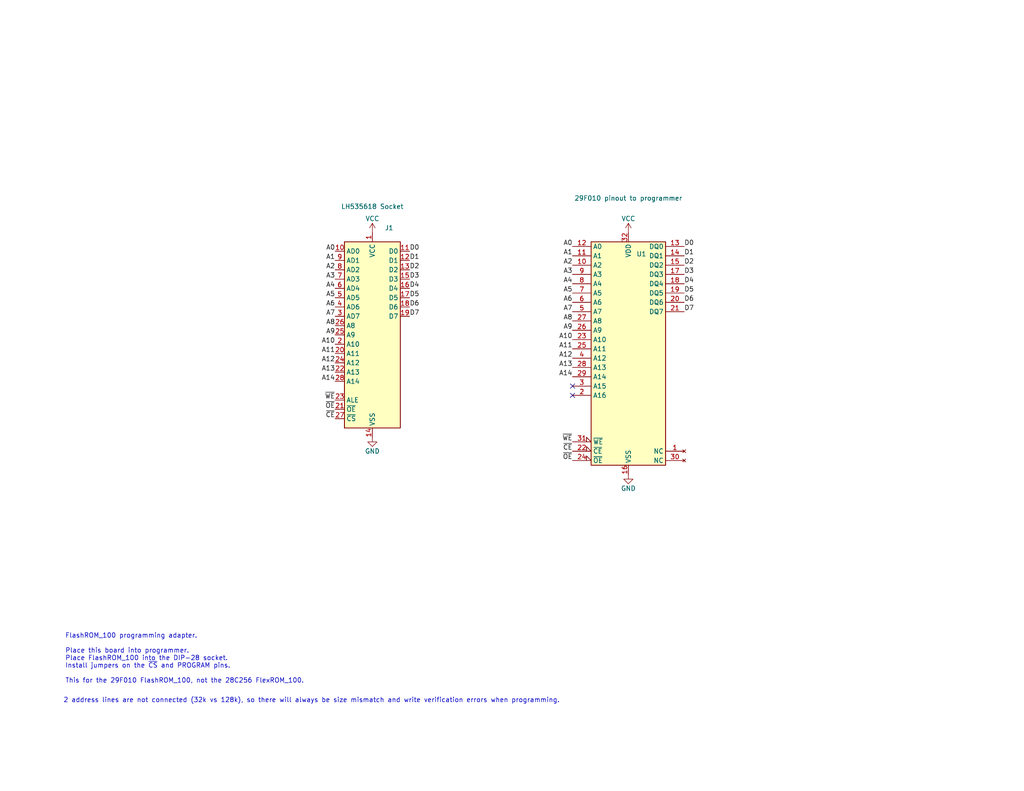
<source format=kicad_sch>
(kicad_sch (version 20211123) (generator eeschema)
  (paper "USLetter")
  (title_block (title "Programming adapter for FlashROM_100") (date "2021-03-07") (rev "002") (company "Brian K. White - b.kenyon.w@gmail.com"))
  (lib_symbols
    (symbol "000_LOCAL:GND" (power) (pin_names (offset 0))
      (property "Value" "GND" (at 0 -3.81 0))
      (symbol "GND_0_1"
        (polyline (pts (xy 0 0) (xy 0 -1.27) (xy 1.27 -1.27) (xy 0 -2.54) (xy -1.27 -1.27) (xy 0 -1.27)))
      )
      (symbol "GND_1_1"
        (pin power_in line (at 0 0 270) (length 0) hide (name "GND") (number "1"))
      )
    )
    (symbol "000_LOCAL:LH535618"
      (property "Reference" "U" (at -7.62 26.67 0))
      (property "Value" "LH535618" (at 2.54 -26.67 0))
      (symbol "LH535618_1_1"
        (rectangle (start -7.62 25.4) (end 7.62 -25.4) (stroke (width 0.254)) (fill (type background)))
        (pin power_in line (at 0 27.94 270) (length 2.54) (name "VCC") (number "1"))
        (pin input line (at -10.16 22.86 0) (length 2.54) (name "AD0") (number "10"))
        (pin tri_state line (at 10.16 22.86 180) (length 2.54) (name "D0") (number "11"))
        (pin tri_state line (at 10.16 20.32 180) (length 2.54) (name "D1") (number "12"))
        (pin tri_state line (at 10.16 17.78 180) (length 2.54) (name "D2") (number "13"))
        (pin power_in line (at 0 -27.94 90) (length 2.54) (name "VSS") (number "14"))
        (pin tri_state line (at 10.16 15.24 180) (length 2.54) (name "D3") (number "15"))
        (pin tri_state line (at 10.16 12.7 180) (length 2.54) (name "D4") (number "16"))
        (pin tri_state line (at 10.16 10.16 180) (length 2.54) (name "D5") (number "17"))
        (pin tri_state line (at 10.16 7.62 180) (length 2.54) (name "D6") (number "18"))
        (pin tri_state line (at 10.16 5.08 180) (length 2.54) (name "D7") (number "19"))
        (pin input line (at -10.16 -2.54 0) (length 2.54) (name "A10") (number "2"))
        (pin input line (at -10.16 -5.08 0) (length 2.54) (name "A11") (number "20"))
        (pin input line (at -10.16 -20.32 0) (length 2.54) (name "~{OE}") (number "21"))
        (pin input line (at -10.16 -10.16 0) (length 2.54) (name "A13") (number "22"))
        (pin input line (at -10.16 -17.78 0) (length 2.54) (name "ALE") (number "23"))
        (pin input line (at -10.16 -7.62 0) (length 2.54) (name "A12") (number "24"))
        (pin input line (at -10.16 0 0) (length 2.54) (name "A9") (number "25"))
        (pin input line (at -10.16 2.54 0) (length 2.54) (name "A8") (number "26"))
        (pin input line (at -10.16 -22.86 0) (length 2.54) (name "~{CS}") (number "27"))
        (pin input line (at -10.16 -12.7 0) (length 2.54) (name "A14") (number "28"))
        (pin input line (at -10.16 5.08 0) (length 2.54) (name "AD7") (number "3"))
        (pin input line (at -10.16 7.62 0) (length 2.54) (name "AD6") (number "4"))
        (pin input line (at -10.16 10.16 0) (length 2.54) (name "AD5") (number "5"))
        (pin input line (at -10.16 12.7 0) (length 2.54) (name "AD4") (number "6"))
        (pin input line (at -10.16 15.24 0) (length 2.54) (name "AD3") (number "7"))
        (pin input line (at -10.16 17.78 0) (length 2.54) (name "AD2") (number "8"))
        (pin input line (at -10.16 20.32 0) (length 2.54) (name "AD1") (number "9"))
      )
    )
    (symbol "000_LOCAL:SST39SF010_PLCC"
      (property "Reference" "U" (at 2.54 33.02 0))
      (property "Value" "SST39SF010_PLCC" (at 0 -30.48 0))
      (symbol "SST39SF010_PLCC_0_0"
        (pin power_in line (at 0 -31.75 90) (length 2.54) (name "VSS") (number "16"))
        (pin power_in line (at 0 34.29 270) (length 2.54) (name "VDD") (number "32"))
      )
      (symbol "SST39SF010_PLCC_0_1"
        (rectangle (start -10.16 31.75) (end 10.16 -29.21) (stroke (width 0.254)) (fill (type background)))
      )
      (symbol "SST39SF010_PLCC_1_1"
        (pin no_connect line (at 15.24 -25.4 180) (length 5.08) (name "NC") (number "1"))
        (pin input line (at -15.24 25.4 0) (length 5.08) (name "A2") (number "10"))
        (pin input line (at -15.24 27.94 0) (length 5.08) (name "A1") (number "11"))
        (pin input line (at -15.24 30.48 0) (length 5.08) (name "A0") (number "12"))
        (pin tri_state line (at 15.24 30.48 180) (length 5.08) (name "DQ0") (number "13"))
        (pin tri_state line (at 15.24 27.94 180) (length 5.08) (name "DQ1") (number "14"))
        (pin tri_state line (at 15.24 25.4 180) (length 5.08) (name "DQ2") (number "15"))
        (pin tri_state line (at 15.24 22.86 180) (length 5.08) (name "DQ3") (number "17"))
        (pin tri_state line (at 15.24 20.32 180) (length 5.08) (name "DQ4") (number "18"))
        (pin tri_state line (at 15.24 17.78 180) (length 5.08) (name "DQ5") (number "19"))
        (pin input line (at -15.24 -10.16 0) (length 5.08) (name "A16") (number "2"))
        (pin tri_state line (at 15.24 15.24 180) (length 5.08) (name "DQ6") (number "20"))
        (pin tri_state line (at 15.24 12.7 180) (length 5.08) (name "DQ7") (number "21"))
        (pin input input_low (at -15.24 -25.4 0) (length 5.08) (name "~{CE}") (number "22"))
        (pin input line (at -15.24 5.08 0) (length 5.08) (name "A10") (number "23"))
        (pin input input_low (at -15.24 -27.94 0) (length 5.08) (name "~{OE}") (number "24"))
        (pin input line (at -15.24 2.54 0) (length 5.08) (name "A11") (number "25"))
        (pin input line (at -15.24 7.62 0) (length 5.08) (name "A9") (number "26"))
        (pin input line (at -15.24 10.16 0) (length 5.08) (name "A8") (number "27"))
        (pin input line (at -15.24 -2.54 0) (length 5.08) (name "A13") (number "28"))
        (pin input line (at -15.24 -5.08 0) (length 5.08) (name "A14") (number "29"))
        (pin input line (at -15.24 -7.62 0) (length 5.08) (name "A15") (number "3"))
        (pin no_connect line (at 15.24 -27.94 180) (length 5.08) (name "NC") (number "30"))
        (pin input input_low (at -15.24 -22.86 0) (length 5.08) (name "~{WE}") (number "31"))
        (pin input line (at -15.24 0 0) (length 5.08) (name "A12") (number "4"))
        (pin input line (at -15.24 12.7 0) (length 5.08) (name "A7") (number "5"))
        (pin input line (at -15.24 15.24 0) (length 5.08) (name "A6") (number "6"))
        (pin input line (at -15.24 17.78 0) (length 5.08) (name "A5") (number "7"))
        (pin input line (at -15.24 20.32 0) (length 5.08) (name "A4") (number "8"))
        (pin input line (at -15.24 22.86 0) (length 5.08) (name "A3") (number "9"))
      )
    )
    (symbol "000_LOCAL:VCC" (power) (pin_names (offset 0))
      (property "Value" "VCC" (at 0 3.81 0))
      (symbol "VCC_0_1"
        (polyline (pts (xy -0.762 1.27) (xy 0 2.54)))
        (polyline (pts (xy 0 0) (xy 0 2.54)))
        (polyline (pts (xy 0 2.54) (xy 0.762 1.27)))
      )
      (symbol "VCC_1_1"
        (pin power_in line (at 0 0 90) (length 0) hide (name "VCC") (number "1"))
      )
    )
  )
  (no_connect (at 156.21 107.95))
  (no_connect (at 156.21 105.41))
  (text "2 address lines are not connected (32k vs 128k), so there will always be size mismatch and write verification errors when programming." (at 17.272 192.024 0) (effects (font (size 1.27 1.27)) (justify left bottom)))
  (text "FlashROM_100 programming adapter.\n\nPlace this board into programmer.\nPlace FlashROM_100 into the DIP-28 socket.\nInstall jumpers on the ~{CS} and PROGRAM pins.\n\nThis for the 29F010 FlashROM_100, not the 28C256 FlexROM_100." (at 17.78 186.69 0) (effects (font (size 1.27 1.27)) (justify left bottom)))
  (label "~{CE}" (at 156.21 123.19 180))
  (label "D6" (at 186.69 82.55 0))
  (label "A8" (at 91.44 88.9 180))
  (label "A3" (at 91.44 76.2 180))
  (label "A10" (at 156.21 92.71 180))
  (label "D4" (at 111.76 78.74 0))
  (label "A12" (at 91.44 99.06 180))
  (label "~{WE}" (at 91.44 109.22 180))
  (label "A4" (at 156.21 77.47 180))
  (label "A14" (at 156.21 102.87 180))
  (label "D4" (at 186.69 77.47 0))
  (label "A7" (at 156.21 85.09 180))
  (label "A7" (at 91.44 86.36 180))
  (label "~{WE}" (at 156.21 120.65 180))
  (label "A5" (at 91.44 81.28 180))
  (label "D6" (at 111.76 83.82 0))
  (label "A8" (at 156.21 87.63 180))
  (label "A1" (at 91.44 71.12 180))
  (label "A3" (at 156.21 74.93 180))
  (label "D1" (at 186.69 69.85 0))
  (label "A13" (at 156.21 100.33 180))
  (label "D7" (at 111.76 86.36 0))
  (label "A9" (at 91.44 91.44 180))
  (label "A11" (at 91.44 96.52 180))
  (label "D7" (at 186.69 85.09 0))
  (label "D1" (at 111.76 71.12 0))
  (label "A0" (at 91.44 68.58 180))
  (label "A9" (at 156.21 90.17 180))
  (label "D0" (at 186.69 67.31 0))
  (label "D5" (at 111.76 81.28 0))
  (label "D3" (at 111.76 76.2 0))
  (label "D0" (at 111.76 68.58 0))
  (label "~{OE}" (at 156.21 125.73 180))
  (label "D2" (at 186.69 72.39 0))
  (label "A14" (at 91.44 104.14 180))
  (label "A5" (at 156.21 80.01 180))
  (label "~{CE}" (at 91.44 114.3 180))
  (label "A11" (at 156.21 95.25 180))
  (label "A10" (at 91.44 93.98 180))
  (label "A6" (at 156.21 82.55 180))
  (label "A4" (at 91.44 78.74 180))
  (label "D5" (at 186.69 80.01 0))
  (label "A2" (at 91.44 73.66 180))
  (label "A0" (at 156.21 67.31 180))
  (label "A13" (at 91.44 101.6 180))
  (label "A1" (at 156.21 69.85 180))
  (label "A12" (at 156.21 97.79 180))
  (label "D3" (at 186.69 74.93 0))
  (label "A6" (at 91.44 83.82 180))
  (label "D2" (at 111.76 73.66 0))
  (label "A2" (at 156.21 72.39 180))
  (label "~{OE}" (at 91.44 111.76 180))
  (symbol (lib_id "000_LOCAL:SST39SF010_PLCC") (at 171.45 97.79 0) (unit 1)
    (property "Reference" "U1" (at 175.006 69.342 0))
    (property "Value" "29F010 pinout to programmer" (at 171.45 54.102 0))
    (property "Footprint" "000_LOCAL:DIP32_0.3" (effects hide))
    (property "Datasheet" "http://ww1.microchip.com/downloads/en/DeviceDoc/doc0006.pdf" (effects hide))
  )
  (symbol (lib_id "000_LOCAL:LH535618") (at 101.6 91.44 0) (unit 1)
    (property "Reference" "J1" (at 106.172 62.23 0))
    (property "Value" "LH535618 Socket" (at 101.6 56.388 0))
    (property "Footprint" "000_LOCAL:DIP28_0.6" (effects hide))
    (property "Datasheet" "http://ww1.microchip.com/downloads/en/DeviceDoc/doc0014.pdf" (effects hide))
  )
  (symbol (lib_id "000_LOCAL:VCC") (at 171.45 63.5 0) (unit 1)
    (property "Reference" "#PWR?" (effects hide))
    (property "Value" "VCC" (at 171.45 59.69 0))
  )
  (symbol (lib_id "000_LOCAL:VCC") (at 101.6 63.5 0) (unit 1)
    (property "Reference" "#PWR?" (effects hide))
    (property "Value" "VCC" (at 101.6 59.69 0))
  )
  (symbol (lib_id "000_LOCAL:GND") (at 171.45 129.54 0) (unit 1)
    (property "Reference" "#PWR?" (effects hide))
    (property "Value" "GND" (at 171.45 133.35 0))
  )
  (symbol (lib_id "000_LOCAL:GND") (at 101.6 119.38 0) (unit 1)
    (property "Reference" "#PWR?" (effects hide))
    (property "Value" "GND" (at 101.6 123.19 0))
  )
)
</source>
